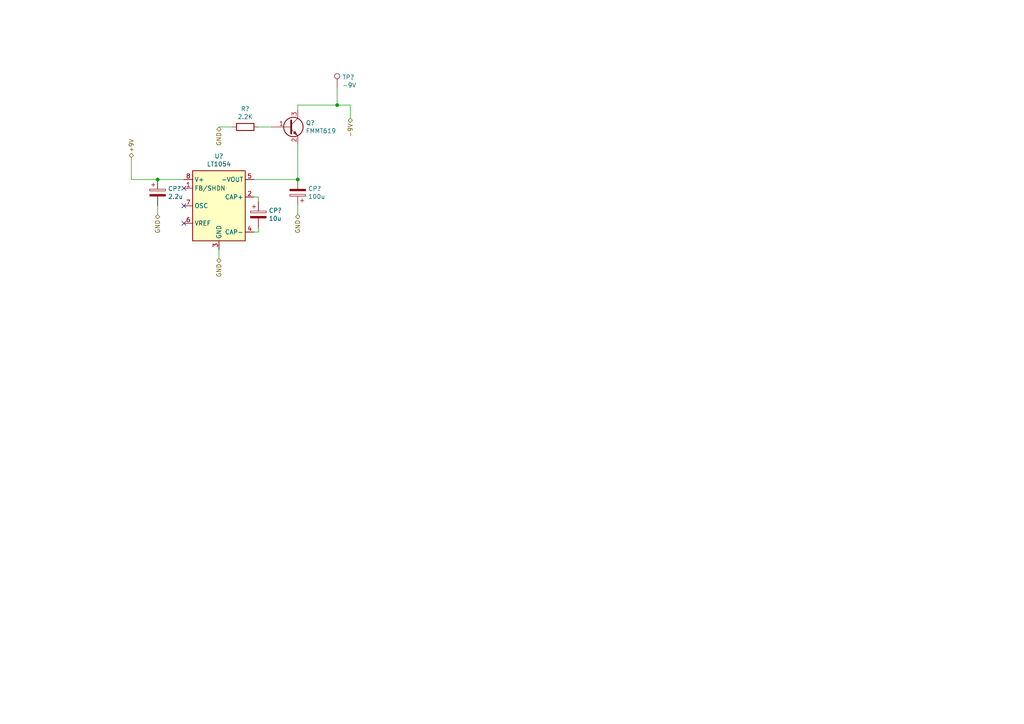
<source format=kicad_sch>
(kicad_sch (version 20211123) (generator eeschema)
  (paper "A4")
  (lib_symbols
    (symbol "Connector:TestPoint" (pin_numbers hide) (pin_names (offset 0.762) hide)
      (property "Reference" "TP" (at 0 6.858 0))
      (property "Value" "TestPoint" (at 0 5.08 0))
      (symbol "TestPoint_0_1"
        (circle (center 0 3.302) (radius 0.762))
      )
      (symbol "TestPoint_1_1"
        (pin passive line (at 0 0 90) (length 2.54) (name "1") (number "1"))
      )
    )
    (symbol "Device:C_Polarized" (pin_numbers hide) (pin_names (offset 0.254))
      (property "Reference" "C" (at 0.635 2.54 0))
      (property "Value" "C_Polarized" (at 0.635 -2.54 0))
      (symbol "C_Polarized_0_1"
        (rectangle (start -2.286 0.508) (end 2.286 1.016))
        (polyline (pts (xy -1.778 2.286) (xy -0.762 2.286)))
        (polyline (pts (xy -1.27 2.794) (xy -1.27 1.778)))
        (rectangle (start 2.286 -0.508) (end -2.286 -1.016) (fill (type outline)))
      )
      (symbol "C_Polarized_1_1"
        (pin passive line (at 0 3.81 270) (length 2.794) (name "~") (number "1"))
        (pin passive line (at 0 -3.81 90) (length 2.794) (name "~") (number "2"))
      )
    )
    (symbol "Device:R" (pin_numbers hide) (pin_names (offset 0))
      (property "Reference" "R" (at 2.032 0 90))
      (property "Value" "R" (at 0 0 90))
      (symbol "R_0_1"
        (rectangle (start -1.016 -2.54) (end 1.016 2.54) (stroke (width 0.254)))
      )
      (symbol "R_1_1"
        (pin passive line (at 0 3.81 270) (length 1.27) (name "~") (number "1"))
        (pin passive line (at 0 -3.81 90) (length 1.27) (name "~") (number "2"))
      )
    )
    (symbol "Regulator_SwitchedCapacitor:LT1054"
      (property "Reference" "U" (at -6.604 11.176 0))
      (property "Value" "LT1054" (at 4.318 11.176 0))
      (symbol "LT1054_0_1"
        (rectangle (start -7.62 10.16) (end 7.62 -10.16) (stroke (width 0.254)) (fill (type background)))
      )
      (symbol "LT1054_1_1"
        (pin input line (at -10.16 5.08 0) (length 2.54) (name "FB/SHDN") (number "1"))
        (pin input line (at 10.16 2.54 180) (length 2.54) (name "CAP+") (number "2"))
        (pin power_in line (at 0 -12.7 90) (length 2.54) (name "GND") (number "3"))
        (pin input line (at 10.16 -7.62 180) (length 2.54) (name "CAP-") (number "4"))
        (pin power_out line (at 10.16 7.62 180) (length 2.54) (name "-VOUT") (number "5"))
        (pin output line (at -10.16 -5.08 0) (length 2.54) (name "VREF") (number "6"))
        (pin input line (at -10.16 0 0) (length 2.54) (name "OSC") (number "7"))
        (pin power_in line (at -10.16 7.62 0) (length 2.54) (name "V+") (number "8"))
      )
    )
    (symbol "Transistor_BJT:MMBT3904" (pin_names (offset 0) hide)
      (property "Reference" "Q" (at 5.08 1.905 0))
      (property "Value" "MMBT3904" (at 5.08 0 0))
      (symbol "MMBT3904_0_1"
        (polyline (pts (xy 0.635 0.635) (xy 2.54 2.54)))
        (polyline (pts (xy 0.635 -0.635) (xy 2.54 -2.54) (xy 2.54 -2.54)))
        (polyline (pts (xy 0.635 1.905) (xy 0.635 -1.905) (xy 0.635 -1.905)) (stroke (width 0.508)))
        (polyline (pts (xy 1.27 -1.778) (xy 1.778 -1.27) (xy 2.286 -2.286) (xy 1.27 -1.778) (xy 1.27 -1.778)) (fill (type outline)))
        (circle (center 1.27 0) (radius 2.8194) (stroke (width 0.254)))
      )
      (symbol "MMBT3904_1_1"
        (pin input line (at -5.08 0 0) (length 5.715) (name "B") (number "1"))
        (pin passive line (at 2.54 -5.08 90) (length 2.54) (name "E") (number "2"))
        (pin passive line (at 2.54 5.08 270) (length 2.54) (name "C") (number "3"))
      )
    )
  )
  (junction (at 97.79 30.48))
  (junction (at 45.72 52.07))
  (junction (at 86.36 52.07))
  (no_connect (at 53.34 59.69))
  (no_connect (at 53.34 54.61))
  (no_connect (at 53.34 64.77))
  (wire (pts (xy 38.1 45.72) (xy 38.1 52.07)))
  (wire (pts (xy 86.36 62.23) (xy 86.36 59.69)))
  (wire (pts (xy 45.72 52.07) (xy 38.1 52.07)))
  (wire (pts (xy 45.72 52.07) (xy 53.34 52.07)))
  (wire (pts (xy 74.93 57.15) (xy 74.93 58.42)))
  (wire (pts (xy 63.5 74.93) (xy 63.5 72.39)))
  (wire (pts (xy 45.72 62.23) (xy 45.72 59.69)))
  (wire (pts (xy 97.79 25.4) (xy 97.79 30.48)))
  (wire (pts (xy 86.36 30.48) (xy 86.36 31.75)))
  (wire (pts (xy 97.79 30.48) (xy 86.36 30.48)))
  (wire (pts (xy 74.93 67.31) (xy 73.66 67.31)))
  (wire (pts (xy 73.66 52.07) (xy 86.36 52.07)))
  (wire (pts (xy 63.5 36.83) (xy 67.31 36.83)))
  (wire (pts (xy 101.6 30.48) (xy 101.6 34.29)))
  (wire (pts (xy 74.93 36.83) (xy 78.74 36.83)))
  (wire (pts (xy 86.36 41.91) (xy 86.36 52.07)))
  (wire (pts (xy 74.93 66.04) (xy 74.93 67.31)))
  (wire (pts (xy 97.79 30.48) (xy 101.6 30.48)))
  (wire (pts (xy 73.66 57.15) (xy 74.93 57.15)))
  (hierarchical_label "GND" (shape bidirectional) (at 45.72 62.23 270))
  (hierarchical_label "GND" (shape bidirectional) (at 63.5 74.93 270))
  (hierarchical_label "GND" (shape bidirectional) (at 63.5 36.83 270))
  (hierarchical_label "-9V" (shape bidirectional) (at 101.6 34.29 270))
  (hierarchical_label "+9V" (shape bidirectional) (at 38.1 45.72 90))
  (hierarchical_label "GND" (shape bidirectional) (at 86.36 62.23 270))
  (symbol (lib_id "Device:R") (at 71.12 36.83 270) (unit 1)
    (property "Reference" "R?" (at 71.12 31.5722 90))
    (property "Value" "2.2K" (at 71.12 33.8836 90))
    (property "Footprint" "Resistor_SMD:R_0603_1608Metric_Pad0.98x0.95mm_HandSolder" (effects hide))
    (property "JLC" "C4190" (effects hide))
    (property "LCSC" "C4190" (effects hide))
  )
  (symbol (lib_id "Device:C_Polarized") (at 74.93 62.23 0) (unit 1)
    (property "Reference" "CP?" (at 77.9272 61.0616 0) (effects (justify left)))
    (property "Value" "10u" (at 77.9272 63.373 0) (effects (justify left)))
    (property "Footprint" "Capacitor_Tantalum_SMD:CP_EIA-6032-28_Kemet-C_Pad2.25x2.35mm_HandSolder" (effects hide))
    (property "LCSC" "C185774" (effects hide))
  )
  (symbol (lib_id "Transistor_BJT:MMBT3904") (at 83.82 36.83 0) (unit 1)
    (property "Reference" "Q?" (at 88.6714 35.6616 0) (effects (justify left)))
    (property "Value" "FMMT619" (at 88.6714 37.973 0) (effects (justify left)))
    (property "Footprint" "Package_TO_SOT_SMD:SOT-23_Handsoldering" (effects hide))
    (property "Datasheet" "https://www.fairchildsemi.com/datasheets/2N/2N3904.pdf" (effects hide))
    (property "LCSC" "C53071" (effects hide))
  )
  (symbol (lib_id "Device:C_Polarized") (at 45.72 55.88 0) (unit 1)
    (property "Reference" "CP?" (at 48.7172 54.7116 0) (effects (justify left)))
    (property "Value" "2.2u" (at 48.7172 57.023 0) (effects (justify left)))
    (property "Footprint" "Capacitor_SMD:CP_Elec_4x5.4" (effects hide))
    (property "LCSC" "C134236" (effects hide))
  )
  (symbol (lib_id "Device:C_Polarized") (at 86.36 55.88 180) (unit 1)
    (property "Reference" "CP?" (at 89.3572 54.7116 0) (effects (justify right)))
    (property "Value" "100u" (at 89.3572 57.023 0) (effects (justify right)))
    (property "Footprint" "Capacitor_Tantalum_SMD:CP_EIA-6032-28_Kemet-C_Pad2.25x2.35mm_HandSolder" (effects hide))
    (property "LCSC" "C171664" (effects hide))
  )
  (symbol (lib_id "Regulator_SwitchedCapacitor:LT1054") (at 63.5 59.69 0) (unit 1)
    (property "Reference" "U?" (at 63.5 45.2882 0))
    (property "Value" "LT1054" (at 63.5 47.5996 0))
    (property "Footprint" "Package_SO:SOIC-8_3.9x4.9mm_P1.27mm" (effects hide))
    (property "Datasheet" "https://www.analog.com/media/en/technical-documentation/data-sheets/1054lfh.pdf" (effects hide))
    (property "LCSC" "C579621" (effects hide))
  )
  (symbol (lib_id "Connector:TestPoint") (at 97.79 25.4 0) (unit 1)
    (property "Reference" "TP?" (at 99.2632 22.4028 0) (effects (justify left)))
    (property "Value" "-9V" (at 99.2632 24.7142 0) (effects (justify left)))
    (property "Footprint" "TestPoint:TestPoint_THTPad_D1.5mm_Drill0.7mm" (effects hide))
  )
)
</source>
